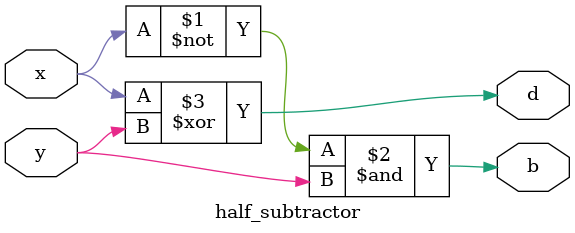
<source format=v>
module half_subtractor(input x,y,output b,d);
	
assign b=(~x)&y;
assign d=x^y;

endmodule

</source>
